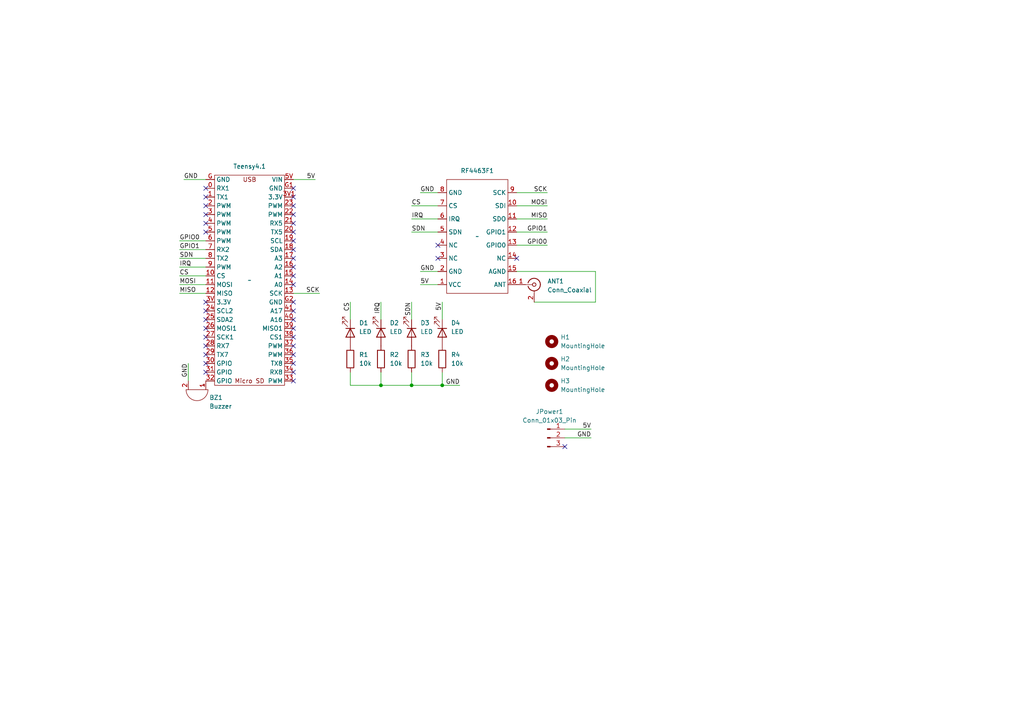
<source format=kicad_sch>
(kicad_sch (version 20231120) (generator "eeschema") (generator_version "8.0")
  (paper "A4")
  (lib_symbols
    (symbol "Avionics:RF4463F30"
      (property "Reference" "RF4463F30" (at 0 0 90))
      (symbol "RF4463F30_0_1"
        (rectangle (start -8.89 16.51) (end 8.89 -16.51))
      )
      (symbol "RF4463F30_1_1"
        (pin input line (at 11.43 13.97 180) (length 2.54) (name "VCC") (number "1"))
        (pin input line (at -11.43 -8.89 0) (length 2.54) (name "SDI") (number "10"))
        (pin input line (at -11.43 -5.08 0) (length 2.54) (name "SDO") (number "11"))
        (pin input line (at -11.43 -1.27 0) (length 2.54) (name "GPIO1") (number "12"))
        (pin input line (at -11.43 2.54 0) (length 2.54) (name "GPIO0") (number "13"))
        (pin input line (at -11.43 6.35 0) (length 2.54) (name "NC") (number "14"))
        (pin input line (at -11.43 10.16 0) (length 2.54) (name "AGND") (number "15"))
        (pin input line (at -11.43 13.97 0) (length 2.54) (name "ANT") (number "16"))
        (pin input line (at 11.43 10.16 180) (length 2.54) (name "GND") (number "2"))
        (pin input line (at 11.43 6.35 180) (length 2.54) (name "NC") (number "3"))
        (pin input line (at 11.43 2.54 180) (length 2.54) (name "NC") (number "4"))
        (pin input line (at 11.43 -1.27 180) (length 2.54) (name "SDN") (number "5"))
        (pin input line (at 11.43 -5.08 180) (length 2.54) (name "IRQ") (number "6"))
        (pin input line (at 11.43 -8.89 180) (length 2.54) (name "CS") (number "7"))
        (pin input line (at 11.43 -12.7 180) (length 2.54) (name "GND") (number "8"))
        (pin input line (at -11.43 -12.7 0) (length 2.54) (name "SCK") (number "9"))
      )
    )
    (symbol "Avionics:Teensy4.1"
      (property "Reference" "Teensy4.1" (at 0 0 90))
      (symbol "Teensy4.1_0_1"
        (rectangle (start -10.16 30.48) (end 10.16 -30.48))
      )
      (symbol "Teensy4.1_1_1"
        (text "Micro SD" (at 0 -29.21 0) (effects (font (size 1.27 1.27))))
        (text "USB" (at 0 29.21 0) (effects (font (size 1.27 1.27))))
        (pin input line (at -12.7 26.67 0) (length 2.54) (name "RX1") (number "0"))
        (pin input line (at -12.7 24.13 0) (length 2.54) (name "TX1") (number "1"))
        (pin input line (at -12.7 1.27 0) (length 2.54) (name "CS") (number "10"))
        (pin input line (at -12.7 -1.27 0) (length 2.54) (name "MOSI") (number "11"))
        (pin input line (at -12.7 -3.81 0) (length 2.54) (name "MISO") (number "12"))
        (pin input line (at 12.7 -3.81 180) (length 2.54) (name "SCK") (number "13"))
        (pin input line (at 12.7 -1.27 180) (length 2.54) (name "A0") (number "14"))
        (pin input line (at 12.7 1.27 180) (length 2.54) (name "A1") (number "15"))
        (pin input line (at 12.7 3.81 180) (length 2.54) (name "A2") (number "16"))
        (pin input line (at 12.7 6.35 180) (length 2.54) (name "A3") (number "17"))
        (pin input line (at 12.7 8.89 180) (length 2.54) (name "SDA") (number "18"))
        (pin input line (at 12.7 11.43 180) (length 2.54) (name "SCL") (number "19"))
        (pin input line (at -12.7 21.59 0) (length 2.54) (name "PWM") (number "2"))
        (pin input line (at 12.7 13.97 180) (length 2.54) (name "TX5") (number "20"))
        (pin input line (at 12.7 16.51 180) (length 2.54) (name "RX5") (number "21"))
        (pin input line (at 12.7 19.05 180) (length 2.54) (name "PWM") (number "22"))
        (pin input line (at 12.7 21.59 180) (length 2.54) (name "PWM") (number "23"))
        (pin input line (at -12.7 -8.89 0) (length 2.54) (name "SCL2") (number "24"))
        (pin input line (at -12.7 -11.43 0) (length 2.54) (name "SDA2") (number "25"))
        (pin input line (at -12.7 -13.97 0) (length 2.54) (name "MOSI1") (number "26"))
        (pin input line (at -12.7 -16.51 0) (length 2.54) (name "SCK1") (number "27"))
        (pin input line (at -12.7 -19.05 0) (length 2.54) (name "RX7") (number "28"))
        (pin input line (at -12.7 -21.59 0) (length 2.54) (name "TX7") (number "29"))
        (pin input line (at -12.7 19.05 0) (length 2.54) (name "PWM") (number "3"))
        (pin input line (at -12.7 -24.13 0) (length 2.54) (name "GPIO") (number "30"))
        (pin input line (at -12.7 -26.67 0) (length 2.54) (name "GPIO") (number "31"))
        (pin input line (at -12.7 -29.21 0) (length 2.54) (name "GPIO") (number "32"))
        (pin input line (at 12.7 -29.21 180) (length 2.54) (name "PWM") (number "33"))
        (pin input line (at 12.7 -26.67 180) (length 2.54) (name "RX8") (number "34"))
        (pin input line (at 12.7 -24.13 180) (length 2.54) (name "TX8") (number "35"))
        (pin input line (at 12.7 -21.59 180) (length 2.54) (name "PWM") (number "36"))
        (pin input line (at 12.7 -19.05 180) (length 2.54) (name "PWM") (number "37"))
        (pin input line (at 12.7 -16.51 180) (length 2.54) (name "CS1") (number "38"))
        (pin input line (at 12.7 -13.97 180) (length 2.54) (name "MISO1") (number "39"))
        (pin input line (at -12.7 -6.35 0) (length 2.54) (name "3.3V") (number "3V"))
        (pin input line (at 12.7 24.13 180) (length 2.54) (name "3.3V") (number "3V1"))
        (pin input line (at -12.7 16.51 0) (length 2.54) (name "PWM") (number "4"))
        (pin input line (at 12.7 -11.43 180) (length 2.54) (name "A16") (number "40"))
        (pin input line (at 12.7 -8.89 180) (length 2.54) (name "A17") (number "41"))
        (pin input line (at -12.7 13.97 0) (length 2.54) (name "PWM") (number "5"))
        (pin input line (at 12.7 29.21 180) (length 2.54) (name "VIN") (number "5V"))
        (pin input line (at -12.7 11.43 0) (length 2.54) (name "PWM") (number "6"))
        (pin input line (at -12.7 8.89 0) (length 2.54) (name "RX2") (number "7"))
        (pin input line (at -12.7 6.35 0) (length 2.54) (name "TX2") (number "8"))
        (pin input line (at -12.7 3.81 0) (length 2.54) (name "PWM") (number "9"))
        (pin input line (at -12.7 29.21 0) (length 2.54) (name "GND") (number "G"))
        (pin input line (at 12.7 26.67 180) (length 2.54) (name "GND") (number "G1"))
        (pin input line (at 12.7 -6.35 180) (length 2.54) (name "GND") (number "G2"))
      )
    )
    (symbol "Connector:Conn_01x03_Pin" (pin_names (offset 1.016) hide)
      (property "Reference" "J" (at 0 5.08 0))
      (property "Value" "Conn_01x03_Pin" (at 0 -5.08 0))
      (symbol "Conn_01x03_Pin_1_1"
        (polyline (pts (xy 1.27 -2.54) (xy 0.8636 -2.54)) (stroke (width 0.1524)))
        (polyline (pts (xy 1.27 0) (xy 0.8636 0)) (stroke (width 0.1524)))
        (polyline (pts (xy 1.27 2.54) (xy 0.8636 2.54)) (stroke (width 0.1524)))
        (rectangle (start 0.8636 -2.413) (end 0 -2.667) (stroke (width 0.1524)) (fill (type outline)))
        (rectangle (start 0.8636 0.127) (end 0 -0.127) (stroke (width 0.1524)) (fill (type outline)))
        (rectangle (start 0.8636 2.667) (end 0 2.413) (stroke (width 0.1524)) (fill (type outline)))
        (pin passive line (at 5.08 2.54 180) (length 3.81) (name "Pin_1") (number "1"))
        (pin passive line (at 5.08 0 180) (length 3.81) (name "Pin_2") (number "2"))
        (pin passive line (at 5.08 -2.54 180) (length 3.81) (name "Pin_3") (number "3"))
      )
    )
    (symbol "Connector:Conn_Coaxial" (pin_names (offset 1.016) hide)
      (property "Reference" "J" (at 0.254 3.048 0))
      (property "Value" "Conn_Coaxial" (at 2.921 0 90))
      (symbol "Conn_Coaxial_0_1"
        (arc (start -1.778 -0.508) (mid 0.2311 -1.8066) (end 1.778 0) (stroke (width 0.254)))
        (polyline (pts (xy -2.54 0) (xy -0.508 0)))
        (polyline (pts (xy 0 -2.54) (xy 0 -1.778)))
        (circle (center 0 0) (radius 0.508) (stroke (width 0.2032)))
        (arc (start 1.778 0) (mid 0.2099 1.8101) (end -1.778 0.508) (stroke (width 0.254)))
      )
      (symbol "Conn_Coaxial_1_1"
        (pin passive line (at -5.08 0 0) (length 2.54) (name "In") (number "1"))
        (pin passive line (at 0 -5.08 90) (length 2.54) (name "Ext") (number "2"))
      )
    )
    (symbol "Device:Buzzer" (pin_names (offset 0.0254) hide)
      (property "Reference" "BZ" (at 3.81 1.27 0))
      (property "Value" "Buzzer" (at 3.81 -1.27 0))
      (symbol "Buzzer_0_1"
        (arc (start 0 -3.175) (mid 3.1612 0) (end 0 3.175))
        (polyline (pts (xy -1.651 1.905) (xy -1.143 1.905)))
        (polyline (pts (xy -1.397 2.159) (xy -1.397 1.651)))
        (polyline (pts (xy 0 3.175) (xy 0 -3.175)))
      )
      (symbol "Buzzer_1_1"
        (pin passive line (at -2.54 2.54 0) (length 2.54) (name "+") (number "1"))
        (pin passive line (at -2.54 -2.54 0) (length 2.54) (name "-") (number "2"))
      )
    )
    (symbol "Device:LED" (pin_numbers hide) (pin_names (offset 1.016) hide)
      (property "Reference" "D" (at 0 2.54 0))
      (property "Value" "LED" (at 0 -2.54 0))
      (symbol "LED_0_1"
        (polyline (pts (xy -1.27 -1.27) (xy -1.27 1.27)) (stroke (width 0.254)))
        (polyline (pts (xy -1.27 0) (xy 1.27 0)))
        (polyline (pts (xy 1.27 -1.27) (xy 1.27 1.27) (xy -1.27 0) (xy 1.27 -1.27)) (stroke (width 0.254)))
        (polyline (pts (xy -3.048 -0.762) (xy -4.572 -2.286) (xy -3.81 -2.286) (xy -4.572 -2.286) (xy -4.572 -1.524)))
        (polyline (pts (xy -1.778 -0.762) (xy -3.302 -2.286) (xy -2.54 -2.286) (xy -3.302 -2.286) (xy -3.302 -1.524)))
      )
      (symbol "LED_1_1"
        (pin passive line (at -3.81 0 0) (length 2.54) (name "K") (number "1"))
        (pin passive line (at 3.81 0 180) (length 2.54) (name "A") (number "2"))
      )
    )
    (symbol "Device:R" (pin_numbers hide) (pin_names (offset 0))
      (property "Reference" "R" (at 2.032 0 90))
      (property "Value" "R" (at 0 0 90))
      (symbol "R_0_1"
        (rectangle (start -1.016 -2.54) (end 1.016 2.54) (stroke (width 0.254)))
      )
      (symbol "R_1_1"
        (pin passive line (at 0 3.81 270) (length 1.27) (name "~") (number "1"))
        (pin passive line (at 0 -3.81 90) (length 1.27) (name "~") (number "2"))
      )
    )
    (symbol "Mechanical:MountingHole" (pin_names (offset 1.016)) (exclude_from_sim yes) (in_bom no)
      (property "Reference" "H" (at 0 5.08 0))
      (property "Value" "MountingHole" (at 0 3.175 0))
      (symbol "MountingHole_0_1"
        (circle (center 0 0) (radius 1.27) (stroke (width 1.27)))
      )
    )
  )
  (junction (at 110.49 111.76))
  (junction (at 128.27 111.76))
  (junction (at 119.38 111.76))
  (no_connect (at 85.09 57.15))
  (no_connect (at 85.09 100.33))
  (no_connect (at 85.09 64.77))
  (no_connect (at 85.09 82.55))
  (no_connect (at 85.09 107.95))
  (no_connect (at 85.09 62.23))
  (no_connect (at 127 71.12))
  (no_connect (at 59.69 102.87))
  (no_connect (at 127 74.93))
  (no_connect (at 85.09 74.93))
  (no_connect (at 59.69 95.25))
  (no_connect (at 85.09 80.01))
  (no_connect (at 59.69 92.71))
  (no_connect (at 163.83 129.54))
  (no_connect (at 59.69 105.41))
  (no_connect (at 59.69 67.31))
  (no_connect (at 59.69 87.63))
  (no_connect (at 85.09 90.17))
  (no_connect (at 59.69 59.69))
  (no_connect (at 85.09 97.79))
  (no_connect (at 59.69 107.95))
  (no_connect (at 85.09 95.25))
  (no_connect (at 85.09 69.85))
  (no_connect (at 59.69 97.79))
  (no_connect (at 59.69 64.77))
  (no_connect (at 59.69 100.33))
  (no_connect (at 85.09 105.41))
  (no_connect (at 85.09 72.39))
  (no_connect (at 59.69 57.15))
  (no_connect (at 85.09 87.63))
  (no_connect (at 59.69 54.61))
  (no_connect (at 85.09 102.87))
  (no_connect (at 85.09 67.31))
  (no_connect (at 85.09 92.71))
  (no_connect (at 149.86 74.93))
  (no_connect (at 85.09 54.61))
  (no_connect (at 59.69 90.17))
  (no_connect (at 85.09 77.47))
  (no_connect (at 59.69 62.23))
  (no_connect (at 85.09 59.69))
  (no_connect (at 85.09 110.49))
  (wire (pts (xy 119.38 59.69) (xy 127 59.69)))
  (wire (pts (xy 52.07 85.09) (xy 59.69 85.09)))
  (wire (pts (xy 52.07 82.55) (xy 59.69 82.55)))
  (wire (pts (xy 59.69 72.39) (xy 52.07 72.39)))
  (wire (pts (xy 119.38 87.63) (xy 119.38 92.71)))
  (wire (pts (xy 121.92 82.55) (xy 127 82.55)))
  (wire (pts (xy 172.72 78.74) (xy 172.72 87.63)))
  (wire (pts (xy 119.38 63.5) (xy 127 63.5)))
  (wire (pts (xy 101.6 111.76) (xy 110.49 111.76)))
  (wire (pts (xy 149.86 67.31) (xy 158.75 67.31)))
  (wire (pts (xy 59.69 52.07) (xy 53.34 52.07)))
  (wire (pts (xy 119.38 67.31) (xy 127 67.31)))
  (wire (pts (xy 149.86 71.12) (xy 158.75 71.12)))
  (wire (pts (xy 128.27 111.76) (xy 133.35 111.76)))
  (wire (pts (xy 119.38 111.76) (xy 119.38 107.95)))
  (wire (pts (xy 101.6 87.63) (xy 101.6 92.71)))
  (wire (pts (xy 85.09 85.09) (xy 92.71 85.09)))
  (wire (pts (xy 149.86 55.88) (xy 158.75 55.88)))
  (wire (pts (xy 121.92 78.74) (xy 127 78.74)))
  (wire (pts (xy 149.86 59.69) (xy 158.75 59.69)))
  (wire (pts (xy 121.92 55.88) (xy 127 55.88)))
  (wire (pts (xy 59.69 74.93) (xy 52.07 74.93)))
  (wire (pts (xy 149.86 78.74) (xy 172.72 78.74)))
  (wire (pts (xy 163.83 124.46) (xy 171.45 124.46)))
  (wire (pts (xy 110.49 111.76) (xy 119.38 111.76)))
  (wire (pts (xy 110.49 107.95) (xy 110.49 111.76)))
  (wire (pts (xy 163.83 127) (xy 171.45 127)))
  (wire (pts (xy 128.27 111.76) (xy 128.27 107.95)))
  (wire (pts (xy 110.49 87.63) (xy 110.49 92.71)))
  (wire (pts (xy 59.69 77.47) (xy 52.07 77.47)))
  (wire (pts (xy 85.09 52.07) (xy 91.44 52.07)))
  (wire (pts (xy 54.61 110.49) (xy 54.61 105.41)))
  (wire (pts (xy 59.69 69.85) (xy 52.07 69.85)))
  (wire (pts (xy 101.6 107.95) (xy 101.6 111.76)))
  (wire (pts (xy 52.07 80.01) (xy 59.69 80.01)))
  (wire (pts (xy 172.72 87.63) (xy 154.94 87.63)))
  (wire (pts (xy 128.27 87.63) (xy 128.27 92.71)))
  (wire (pts (xy 119.38 111.76) (xy 128.27 111.76)))
  (wire (pts (xy 149.86 63.5) (xy 158.75 63.5)))
  (label "GND" (at 54.61 105.41 270))
  (label "CS" (at 119.38 59.69 0))
  (label "SCK" (at 158.75 55.88 180))
  (label "SDN" (at 52.07 74.93 0))
  (label "SDN" (at 119.38 67.31 0))
  (label "IRQ" (at 119.38 63.5 0))
  (label "GPIO0" (at 52.07 69.85 0))
  (label "5V" (at 121.92 82.55 0))
  (label "GPIO1" (at 52.07 72.39 0))
  (label "MISO" (at 52.07 85.09 0))
  (label "GPIO0" (at 158.75 71.12 180))
  (label "GPIO1" (at 158.75 67.31 180))
  (label "MOSI" (at 158.75 59.69 180))
  (label "5V" (at 171.45 124.46 180))
  (label "GND" (at 171.45 127 180))
  (label "CS" (at 52.07 80.01 0))
  (label "MOSI" (at 52.07 82.55 0))
  (label "SCK" (at 92.71 85.09 180))
  (label "SDN" (at 119.38 87.63 270))
  (label "IRQ" (at 110.49 87.63 270))
  (label "5V" (at 128.27 87.63 270))
  (label "CS" (at 101.6 87.63 270))
  (label "5V" (at 91.44 52.07 180))
  (label "GND" (at 133.35 111.76 180))
  (label "GND" (at 53.34 52.07 0))
  (label "MISO" (at 158.75 63.5 180))
  (label "IRQ" (at 52.07 77.47 0))
  (label "GND" (at 121.92 78.74 0))
  (label "GND" (at 121.92 55.88 0))
  (symbol (lib_id "Device:R") (at 119.38 104.14 0) (unit 1)
    (property "Reference" "R3" (at 121.92 102.8699 0) (effects (justify left)))
    (property "Value" "10k" (at 121.92 105.4099 0) (effects (justify left)))
    (property "Footprint" "Resistor_SMD:R_0805_2012Metric" (effects (hide yes)))
    (property "Description" "Resistor" (effects (hide yes)))
  )
  (symbol (lib_id "Mechanical:MountingHole") (at 160.02 111.76 0) (unit 1) (exclude_from_sim yes) (in_bom no)
    (property "Reference" "H3" (at 162.56 110.4899 0) (effects (justify left)))
    (property "Value" "MountingHole" (at 162.56 113.0299 0) (effects (justify left)))
    (property "Footprint" "MountingHole:MountingHole_2.2mm_M2" (effects (hide yes)))
    (property "Description" "Mounting Hole without connection" (effects (hide yes)))
  )
  (symbol (lib_id "Device:LED") (at 128.27 96.52 270) (unit 1)
    (property "Reference" "D4" (at 130.81 93.6624 90) (effects (justify left)))
    (property "Value" "LED" (at 130.81 96.2024 90) (effects (justify left)))
    (property "Footprint" "LED_SMD:LED_0805_2012Metric" (effects (hide yes)))
    (property "Description" "Light emitting diode" (effects (hide yes)))
  )
  (symbol (lib_id "Connector:Conn_01x03_Pin") (at 158.75 127 0) (unit 1)
    (property "Reference" "JPower1" (at 159.385 119.38 0))
    (property "Value" "Conn_01x03_Pin" (at 159.385 121.92 0))
    (property "Footprint" "Connector_PinHeader_2.54mm:PinHeader_1x03_P2.54mm_Vertical" (effects (hide yes)))
  )
  (symbol (lib_id "Device:LED") (at 101.6 96.52 270) (unit 1)
    (property "Reference" "D1" (at 104.14 93.6624 90) (effects (justify left)))
    (property "Value" "LED" (at 104.14 96.2024 90) (effects (justify left)))
    (property "Footprint" "LED_SMD:LED_0805_2012Metric" (effects (hide yes)))
    (property "Description" "Light emitting diode" (effects (hide yes)))
  )
  (symbol (lib_id "Connector:Conn_Coaxial") (at 154.94 82.55 0) (unit 1)
    (property "Reference" "ANT1" (at 158.75 81.5732 0) (effects (justify left)))
    (property "Value" "Conn_Coaxial" (at 158.75 84.1132 0) (effects (justify left)))
    (property "Footprint" "Connector_Coaxial:SMA_Amphenol_132289_EdgeMount" (effects (hide yes)))
    (property "Datasheet" " ~" (effects (hide yes)))
  )
  (symbol (lib_id "Avionics:RF4463F30") (at 138.43 68.58 180) (unit 1)
    (property "Reference" "RF4463F1" (at 138.43 49.53 0))
    (property "Value" "~" (at 138.43 68.58 0))
    (property "Footprint" "Avionics:RF4463F30" (effects (hide yes)))
  )
  (symbol (lib_id "Device:R") (at 128.27 104.14 0) (unit 1)
    (property "Reference" "R4" (at 130.81 102.8699 0) (effects (justify left)))
    (property "Value" "10k" (at 130.81 105.4099 0) (effects (justify left)))
    (property "Footprint" "Resistor_SMD:R_0805_2012Metric" (effects (hide yes)))
    (property "Description" "Resistor" (effects (hide yes)))
  )
  (symbol (lib_id "Avionics:Teensy4.1") (at 72.39 81.28 0) (unit 1)
    (property "Reference" "Teensy4.1" (at 72.39 48.26 0))
    (property "Value" "~" (at 72.39 81.28 0))
    (property "Footprint" "Avionics:Teensy_4.1" (effects (hide yes)))
  )
  (symbol (lib_id "Mechanical:MountingHole") (at 160.02 105.41 0) (unit 1) (exclude_from_sim yes) (in_bom no)
    (property "Reference" "H2" (at 162.56 104.1399 0) (effects (justify left)))
    (property "Value" "MountingHole" (at 162.56 106.6799 0) (effects (justify left)))
    (property "Footprint" "MountingHole:MountingHole_2.2mm_M2" (effects (hide yes)))
    (property "Description" "Mounting Hole without connection" (effects (hide yes)))
  )
  (symbol (lib_id "Device:R") (at 101.6 104.14 0) (unit 1)
    (property "Reference" "R1" (at 104.14 102.8699 0) (effects (justify left)))
    (property "Value" "10k" (at 104.14 105.4099 0) (effects (justify left)))
    (property "Footprint" "Resistor_SMD:R_0805_2012Metric" (effects (hide yes)))
    (property "Description" "Resistor" (effects (hide yes)))
  )
  (symbol (lib_id "Mechanical:MountingHole") (at 160.02 99.06 0) (unit 1) (exclude_from_sim yes) (in_bom no)
    (property "Reference" "H1" (at 162.56 97.7899 0) (effects (justify left)))
    (property "Value" "MountingHole" (at 162.56 100.3299 0) (effects (justify left)))
    (property "Footprint" "MountingHole:MountingHole_2.2mm_M2" (effects (hide yes)))
    (property "Description" "Mounting Hole without connection" (effects (hide yes)))
  )
  (symbol (lib_id "Device:R") (at 110.49 104.14 0) (unit 1)
    (property "Reference" "R2" (at 113.03 102.8699 0) (effects (justify left)))
    (property "Value" "10k" (at 113.03 105.4099 0) (effects (justify left)))
    (property "Footprint" "Resistor_SMD:R_0805_2012Metric" (effects (hide yes)))
    (property "Description" "Resistor" (effects (hide yes)))
  )
  (symbol (lib_id "Device:LED") (at 119.38 96.52 270) (unit 1)
    (property "Reference" "D3" (at 121.92 93.6624 90) (effects (justify left)))
    (property "Value" "LED" (at 121.92 96.2024 90) (effects (justify left)))
    (property "Footprint" "LED_SMD:LED_0805_2012Metric" (effects (hide yes)))
    (property "Description" "Light emitting diode" (effects (hide yes)))
  )
  (symbol (lib_id "Device:Buzzer") (at 57.15 113.03 270) (unit 1)
    (property "Reference" "BZ1" (at 60.706 115.316 90) (effects (justify left)))
    (property "Value" "Buzzer" (at 60.706 117.856 90) (effects (justify left)))
    (property "Footprint" "Avionics:Adafruit_5V_Buzzer" (effects (hide yes)))
    (property "Description" "Buzzer, polarized" (effects (hide yes)))
  )
  (symbol (lib_id "Device:LED") (at 110.49 96.52 270) (unit 1)
    (property "Reference" "D2" (at 113.03 93.6624 90) (effects (justify left)))
    (property "Value" "LED" (at 113.03 96.2024 90) (effects (justify left)))
    (property "Footprint" "LED_SMD:LED_0805_2012Metric" (effects (hide yes)))
    (property "Description" "Light emitting diode" (effects (hide yes)))
  )
)
</source>
